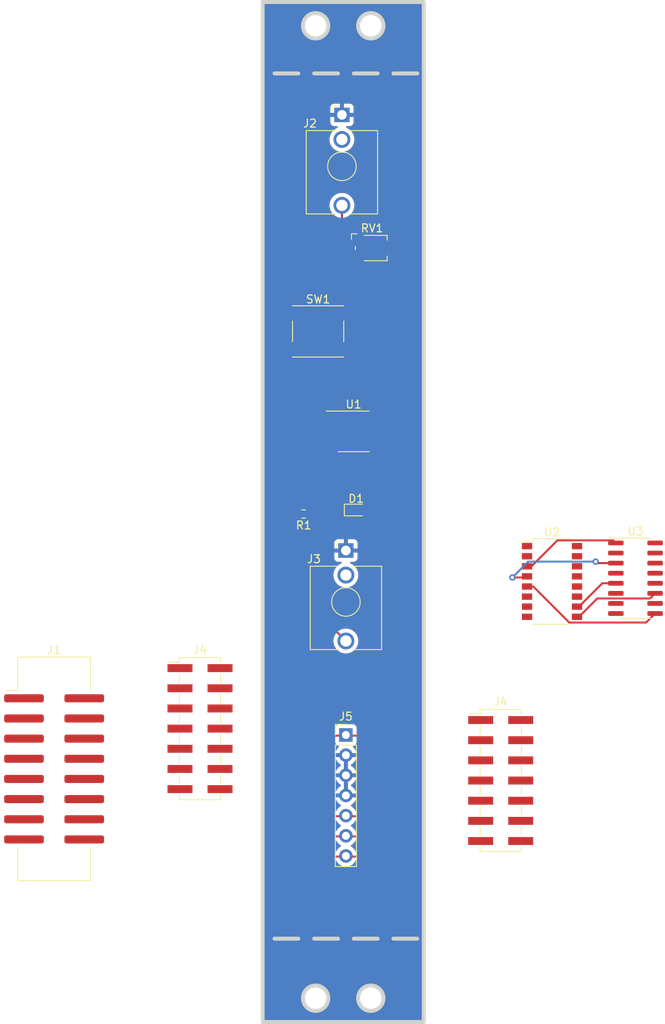
<source format=kicad_pcb>
(kicad_pcb (version 20221018) (generator pcbnew)
  (layers (0 "F.Cu" signal) (31 "B.Cu" signal) (34 "B.Paste" user) (35 "F.Paste" user) (36 "B.SilkS" user "B.Silkscreen") (37 "F.SilkS" user "F.Silkscreen") (38 "B.Mask" user) (39 "F.Mask" user) (44 "Edge.Cuts" user))
  (net 0 "")
  (net 1 "GND")
  (net 2 "Net-(D1-A)")
  (net 3 "-12V")
  (net 4 "+12V")
  (net 5 "+5V")
  (net 6 "Net-(J2-PadT)")
  (net 8 "Net-(U1A--)")
  (net 10 "Net-(SW1-A)")
  (net 11 "Net-(SW1-B)")
  (net 31 "Net-(J4-CV_L)")
  (net 48 "Net-(U2-Q0)")
  (net 49 "Net-(U2-Q2)")
  (net 50 "Net-(U2-Q6)")
  (net 54 "Net-(U2-Q8)")
  (net 55 "Net-(U2-Q4)")
  (footprint "Button_Switch_SMD:SW_SPST_PTS645" (layer "F.Cu") (at 27 61.5)
    (fp_text reference "SW1" (at 0 -4.05) (layer "F.SilkS"))
    (fp_text value "SW_SPST")
    (fp_line (start -3.23 -3.23) (end 3.23 -3.23) (stroke (width 0.12)) (layer "F.SilkS"))
    (fp_line (start -3.23 -3.2) (end -3.23 -3.23) (stroke (width 0.12)) (layer "F.SilkS"))
    (fp_line (start -3.23 -1.3) (end -3.23 1.3) (stroke (width 0.12)) (layer "F.SilkS"))
    (fp_line (start -3.23 3.23) (end -3.23 3.2) (stroke (width 0.12)) (layer "F.SilkS"))
    (fp_line (start -3.23 3.23) (end 3.23 3.23) (stroke (width 0.12)) (layer "F.SilkS"))
    (fp_line (start 3.23 -3.23) (end 3.23 -3.2) (stroke (width 0.12)) (layer "F.SilkS"))
    (fp_line (start 3.23 -1.3) (end 3.23 1.3) (stroke (width 0.12)) (layer "F.SilkS"))
    (fp_line (start 3.23 3.23) (end 3.23 3.2) (stroke (width 0.12)) (layer "F.SilkS"))
    (pad "1" smd rect (at -3.98 -2.25) (size 1.55 1.3) (layers "F.Cu" "F.Paste" "F.Mask") (net 10 "Net-(SW1-A)"))
    (pad "1" smd rect (at 3.98 -2.25) (size 1.55 1.3) (layers "F.Cu" "F.Paste" "F.Mask") (net 10 "Net-(SW1-A)"))
    (pad "2" smd rect (at -3.98 2.25) (size 1.55 1.3) (layers "F.Cu" "F.Paste" "F.Mask") (net 11 "Net-(SW1-B)"))
    (pad "2" smd rect (at 3.98 2.25) (size 1.55 1.3) (layers "F.Cu" "F.Paste" "F.Mask") (net 11 "Net-(SW1-B)"))
  )
  (footprint "Connector_IDC:IDC-Header_2x08_P2.54mm_Vertical_SMD" (layer "F.Cu") (at -6.3 116.61)
    (fp_text reference "J1" (at 0 -14.97) (layer "F.SilkS"))
    (fp_text value "EuroPower16")
    (fp_line (start -4.585 -14.08) (end 4.585 -14.08) (stroke (width 0.12)) (layer "F.SilkS"))
    (fp_line (start -4.585 -9.9) (end -6.085 -9.9) (stroke (width 0.12)) (layer "F.SilkS"))
    (fp_line (start -4.585 -9.9) (end -4.585 -14.08) (stroke (width 0.12)) (layer "F.SilkS"))
    (fp_line (start -4.585 9.9) (end -4.585 14.08) (stroke (width 0.12)) (layer "F.SilkS"))
    (fp_line (start -4.585 14.08) (end 4.585 14.08) (stroke (width 0.12)) (layer "F.SilkS"))
    (fp_line (start 4.585 -14.08) (end 4.585 -9.9) (stroke (width 0.12)) (layer "F.SilkS"))
    (fp_line (start 4.585 14.08) (end 4.585 9.9) (stroke (width 0.12)) (layer "F.SilkS"))
    (pad "1" smd roundrect (at -3.8 -8.89) (size 5 1.02) (layers "F.Cu" "F.Paste" "F.Mask"))
    (pad "2" smd roundrect (at 3.8 -8.89) (size 5 1.02) (layers "F.Cu" "F.Paste" "F.Mask"))
    (pad "3" smd roundrect (at -3.8 -6.35) (size 5 1.02) (layers "F.Cu" "F.Paste" "F.Mask"))
    (pad "4" smd roundrect (at 3.8 -6.35) (size 5 1.02) (layers "F.Cu" "F.Paste" "F.Mask"))
    (pad "5" smd roundrect (at -3.8 -3.81) (size 5 1.02) (layers "F.Cu" "F.Paste" "F.Mask"))
    (pad "6" smd roundrect (at 3.8 -3.81) (size 5 1.02) (layers "F.Cu" "F.Paste" "F.Mask"))
    (pad "7" smd roundrect (at -3.8 -1.27) (size 5 1.02) (layers "F.Cu" "F.Paste" "F.Mask"))
    (pad "8" smd roundrect (at 3.8 -1.27) (size 5 1.02) (layers "F.Cu" "F.Paste" "F.Mask"))
    (pad "9" smd roundrect (at -3.8 1.27) (size 5 1.02) (layers "F.Cu" "F.Paste" "F.Mask"))
    (pad "10" smd roundrect (at 3.8 1.27) (size 5 1.02) (layers "F.Cu" "F.Paste" "F.Mask"))
    (pad "11" smd roundrect (at -3.8 3.81) (size 5 1.02) (layers "F.Cu" "F.Paste" "F.Mask"))
    (pad "12" smd roundrect (at 3.8 3.81) (size 5 1.02) (layers "F.Cu" "F.Paste" "F.Mask"))
    (pad "13" smd roundrect (at -3.8 6.35) (size 5 1.02) (layers "F.Cu" "F.Paste" "F.Mask"))
    (pad "14" smd roundrect (at 3.8 6.35) (size 5 1.02) (layers "F.Cu" "F.Paste" "F.Mask"))
    (pad "15" smd roundrect (at -3.8 8.89) (size 5 1.02) (layers "F.Cu" "F.Paste" "F.Mask"))
    (pad "16" smd roundrect (at 3.8 8.89) (size 5 1.02) (layers "F.Cu" "F.Paste" "F.Mask"))
  )
  (footprint "Connector_PinHeader_2.54mm:PinHeader_2x07_P2.54mm_Vertical_SMD" (layer "F.Cu") (at 50.025 118.08)
    (fp_text reference "J4" (at 0 -9.95) (layer "F.SilkS"))
    (fp_text value "EuroPower16")
    (fp_line (start -4.04 -8.38) (end -2.6 -8.38) (stroke (width 0.12)) (layer "F.SilkS"))
    (fp_line (start -2.6 -8.95) (end -2.6 -8.38) (stroke (width 0.12)) (layer "F.SilkS"))
    (fp_line (start -2.6 -8.95) (end 2.6 -8.95) (stroke (width 0.12)) (layer "F.SilkS"))
    (fp_line (start -2.6 -6.86) (end -2.6 -5.84) (stroke (width 0.12)) (layer "F.SilkS"))
    (fp_line (start -2.6 -4.32) (end -2.6 -3.3) (stroke (width 0.12)) (layer "F.SilkS"))
    (fp_line (start -2.6 -1.78) (end -2.6 -0.76) (stroke (width 0.12)) (layer "F.SilkS"))
    (fp_line (start -2.6 0.76) (end -2.6 1.78) (stroke (width 0.12)) (layer "F.SilkS"))
    (fp_line (start -2.6 3.3) (end -2.6 4.32) (stroke (width 0.12)) (layer "F.SilkS"))
    (fp_line (start -2.6 5.84) (end -2.6 6.86) (stroke (width 0.12)) (layer "F.SilkS"))
    (fp_line (start -2.6 8.38) (end -2.6 8.95) (stroke (width 0.12)) (layer "F.SilkS"))
    (fp_line (start -2.6 8.95) (end 2.6 8.95) (stroke (width 0.12)) (layer "F.SilkS"))
    (fp_line (start 2.6 -8.95) (end 2.6 -8.38) (stroke (width 0.12)) (layer "F.SilkS"))
    (fp_line (start 2.6 -6.86) (end 2.6 -5.84) (stroke (width 0.12)) (layer "F.SilkS"))
    (fp_line (start 2.6 -4.32) (end 2.6 -3.3) (stroke (width 0.12)) (layer "F.SilkS"))
    (fp_line (start 2.6 -1.78) (end 2.6 -0.76) (stroke (width 0.12)) (layer "F.SilkS"))
    (fp_line (start 2.6 0.76) (end 2.6 1.78) (stroke (width 0.12)) (layer "F.SilkS"))
    (fp_line (start 2.6 3.3) (end 2.6 4.32) (stroke (width 0.12)) (layer "F.SilkS"))
    (fp_line (start 2.6 5.84) (end 2.6 6.86) (stroke (width 0.12)) (layer "F.SilkS"))
    (fp_line (start 2.6 8.38) (end 2.6 8.95) (stroke (width 0.12)) (layer "F.SilkS"))
    (pad "1" smd rect (at -2.525 -7.62) (size 3.15 1) (layers "F.Cu" "F.Paste" "F.Mask") (net 3 "-12V"))
    (pad "2" smd rect (at 2.525 -7.62) (size 3.15 1) (layers "F.Cu" "F.Paste" "F.Mask") (net 3 "-12V"))
    (pad "3" smd rect (at -2.525 -5.08) (size 3.15 1) (layers "F.Cu" "F.Paste" "F.Mask") (net 1 "GND"))
    (pad "4" smd rect (at 2.525 -5.08) (size 3.15 1) (layers "F.Cu" "F.Paste" "F.Mask") (net 1 "GND"))
    (pad "5" smd rect (at -2.525 -2.54) (size 3.15 1) (layers "F.Cu" "F.Paste" "F.Mask") (net 1 "GND"))
    (pad "6" smd rect (at 2.525 -2.54) (size 3.15 1) (layers "F.Cu" "F.Paste" "F.Mask") (net 1 "GND"))
    (pad "7" smd rect (at -2.525 0) (size 3.15 1) (layers "F.Cu" "F.Paste" "F.Mask") (net 1 "GND"))
    (pad "8" smd rect (at 2.525 0) (size 3.15 1) (layers "F.Cu" "F.Paste" "F.Mask") (net 1 "GND"))
    (pad "9" smd rect (at -2.525 2.54) (size 3.15 1) (layers "F.Cu" "F.Paste" "F.Mask") (net 4 "+12V"))
    (pad "10" smd rect (at 2.525 2.54) (size 3.15 1) (layers "F.Cu" "F.Paste" "F.Mask") (net 4 "+12V"))
    (pad "11" smd rect (at -2.525 5.08) (size 3.15 1) (layers "F.Cu" "F.Paste" "F.Mask") (net 5 "+5V"))
    (pad "12" smd rect (at 2.525 5.08) (size 3.15 1) (layers "F.Cu" "F.Paste" "F.Mask") (net 5 "+5V"))
    (pad "13" smd rect (at -2.525 7.62) (size 3.15 1) (layers "F.Cu" "F.Paste" "F.Mask") (net 31 "Net-(J4-CV_L)"))
    (pad "14" smd rect (at 2.525 7.62) (size 3.15 1) (layers "F.Cu" "F.Paste" "F.Mask") (net 31 "Net-(J4-CV_L)"))
  )
  (footprint "Package_SO:SOIC-16_3.9x9.9mm_P1.27mm" (layer "F.Cu") (at 67.025 92.595)
    (fp_text reference "U3" (at 0 -5.9) (layer "F.SilkS"))
    (fp_text value "CD40106")
    (fp_line (start 0 -5.06) (end -3.45 -5.06) (stroke (width 0.12)) (layer "F.SilkS"))
    (fp_line (start 0 -5.06) (end 1.95 -5.06) (stroke (width 0.12)) (layer "F.SilkS"))
    (fp_line (start 0 5.06) (end -1.95 5.06) (stroke (width 0.12)) (layer "F.SilkS"))
    (fp_line (start 0 5.06) (end 1.95 5.06) (stroke (width 0.12)) (layer "F.SilkS"))
    (pad "1" smd roundrect (at -2.475 -4.445) (size 1.95 0.6) (layers "F.Cu" "F.Paste" "F.Mask") (net 48 "Net-(U2-Q0)"))
    (pad "2" smd roundrect (at -2.475 -3.175) (size 1.95 0.6) (layers "F.Cu" "F.Paste" "F.Mask"))
    (pad "3" smd roundrect (at -2.475 -1.905) (size 1.95 0.6) (layers "F.Cu" "F.Paste" "F.Mask") (net 49 "Net-(U2-Q2)"))
    (pad "4" smd roundrect (at -2.475 -0.635) (size 1.95 0.6) (layers "F.Cu" "F.Paste" "F.Mask"))
    (pad "5" smd roundrect (at -2.475 0.635) (size 1.95 0.6) (layers "F.Cu" "F.Paste" "F.Mask") (net 55 "Net-(U2-Q4)"))
    (pad "6" smd roundrect (at -2.475 1.905) (size 1.95 0.6) (layers "F.Cu" "F.Paste" "F.Mask"))
    (pad "7" smd roundrect (at -2.475 3.175) (size 1.95 0.6) (layers "F.Cu" "F.Paste" "F.Mask") (net 1 "GND"))
    (pad "8" smd roundrect (at -2.475 4.445) (size 1.95 0.6) (layers "F.Cu" "F.Paste" "F.Mask"))
    (pad "9" smd roundrect (at 2.475 4.445) (size 1.95 0.6) (layers "F.Cu" "F.Paste" "F.Mask") (net 50 "Net-(U2-Q6)"))
    (pad "10" smd roundrect (at 2.475 3.175) (size 1.95 0.6) (layers "F.Cu" "F.Paste" "F.Mask"))
    (pad "11" smd roundrect (at 2.475 1.905) (size 1.95 0.6) (layers "F.Cu" "F.Paste" "F.Mask") (net 54 "Net-(U2-Q8)"))
    (pad "12" smd roundrect (at 2.475 0.635) (size 1.95 0.6) (layers "F.Cu" "F.Paste" "F.Mask"))
    (pad "13" smd roundrect (at 2.475 -0.635) (size 1.95 0.6) (layers "F.Cu" "F.Paste" "F.Mask"))
    (pad "14" smd roundrect (at 2.475 -1.905) (size 1.95 0.6) (layers "F.Cu" "F.Paste" "F.Mask") (net 4 "+12V"))
    (pad "15" smd roundrect (at 2.475 -3.175) (size 1.95 0.6) (layers "F.Cu" "F.Paste" "F.Mask"))
    (pad "16" smd roundrect (at 2.475 -4.445) (size 1.95 0.6) (layers "F.Cu" "F.Paste" "F.Mask"))
  )
  (footprint "Potentiometer_SMD:Potentiometer_Bourns_TC33X_Vertical" (layer "F.Cu") (at 33.8 51)
    (fp_text reference "RV1" (at 0 -2.5) (layer "F.SilkS"))
    (fp_text value "R_Potentiometer_Trim_US")
    (fp_line (start -2.6 -1.8) (end -2.6 -1.1) (stroke (width 0.12)) (layer "F.SilkS"))
    (fp_line (start -2.1 -0.2) (end -2.1 0.2) (stroke (width 0.12)) (layer "F.SilkS"))
    (fp_line (start -1.9 -1.8) (end -2.6 -1.8) (stroke (width 0.12)) (layer "F.SilkS"))
    (fp_line (start -1 -1.6) (end 1.9 -1.6) (stroke (width 0.12)) (layer "F.SilkS"))
    (fp_line (start -1 1.6) (end 1.9 1.6) (stroke (width 0.12)) (layer "F.SilkS"))
    (fp_line (start 1.9 -1.6) (end 1.9 -1) (stroke (width 0.12)) (layer "F.SilkS"))
    (fp_line (start 1.9 1.6) (end 1.9 1) (stroke (width 0.12)) (layer "F.SilkS"))
    (pad "1" smd rect (at -1.8 -1) (size 1.2 1.2) (layers "F.Cu" "F.Paste" "F.Mask") (net 6 "Net-(J2-PadT)"))
    (pad "2" smd rect (at 1.45 0) (size 1.5 1.6) (layers "F.Cu" "F.Paste" "F.Mask") (net 10 "Net-(SW1-A)"))
    (pad "3" smd rect (at -1.8 1) (size 1.2 1.2) (layers "F.Cu" "F.Paste" "F.Mask") (net 10 "Net-(SW1-A)"))
  )
  (footprint "Connector_PinHeader_2.54mm:PinHeader_1x07_P2.54mm_Vertical" (layer "F.Cu") (at 30.5 112.34)
    (fp_text reference "J5" (at 0 -2.33) (layer "F.SilkS"))
    (fp_text value "EuroPower16")
    (fp_line (start -1.33 -1.33) (end 0 -1.33) (stroke (width 0.12)) (layer "F.SilkS"))
    (fp_line (start -1.33 0) (end -1.33 -1.33) (stroke (width 0.12)) (layer "F.SilkS"))
    (fp_line (start -1.33 1.27) (end -1.33 16.57) (stroke (width 0.12)) (layer "F.SilkS"))
    (fp_line (start -1.33 1.27) (end 1.33 1.27) (stroke (width 0.12)) (layer "F.SilkS"))
    (fp_line (start -1.33 16.57) (end 1.33 16.57) (stroke (width 0.12)) (layer "F.SilkS"))
    (fp_line (start 1.33 1.27) (end 1.33 16.57) (stroke (width 0.12)) (layer "F.SilkS"))
    (pad "1" thru_hole rect (at 0 0) (size 1.7 1.7) (drill 1) (layers "*.Cu" "*.Mask") (net 3 "-12V"))
    (pad "2" thru_hole oval (at 0 2.54) (size 1.7 1.7) (drill 1) (layers "*.Cu" "*.Mask") (net 1 "GND"))
    (pad "3" thru_hole oval (at 0 5.08) (size 1.7 1.7) (drill 1) (layers "*.Cu" "*.Mask") (net 1 "GND"))
    (pad "4" thru_hole oval (at 0 7.62) (size 1.7 1.7) (drill 1) (layers "*.Cu" "*.Mask") (net 1 "GND"))
    (pad "5" thru_hole oval (at 0 10.16) (size 1.7 1.7) (drill 1) (layers "*.Cu" "*.Mask") (net 4 "+12V"))
    (pad "6" thru_hole oval (at 0 12.7) (size 1.7 1.7) (drill 1) (layers "*.Cu" "*.Mask") (net 5 "+5V"))
    (pad "7" thru_hole oval (at 0 15.24) (size 1.7 1.7) (drill 1) (layers "*.Cu" "*.Mask"))
  )
  (footprint "Package_SO:SOP-16_4.4x10.4mm_P1.27mm" (layer "F.Cu") (at 56.5 93)
    (fp_text reference "U2" (at 0 -6.2) (layer "F.SilkS"))
    (fp_text value "CD4017BM")
    (fp_line (start -2.4 -5.4) (end -2.4 -5) (stroke (width 0.12)) (layer "F.SilkS"))
    (fp_line (start -2.4 -5.4) (end 2.4 -5.4) (stroke (width 0.12)) (layer "F.SilkS"))
    (fp_line (start -2.4 -5) (end -3.8 -5) (stroke (width 0.12)) (layer "F.SilkS"))
    (fp_line (start -2.4 5.4) (end 2.4 5.4) (stroke (width 0.12)) (layer "F.SilkS"))
    (pad "1" smd rect (at -3.15 -4.45) (size 1.3 0.8) (layers "F.Cu" "F.Paste" "F.Mask"))
    (pad "2" smd rect (at -3.15 -3.17) (size 1.3 0.8) (layers "F.Cu" "F.Paste" "F.Mask"))
    (pad "3" smd rect (at -3.15 -1.91) (size 1.3 0.8) (layers "F.Cu" "F.Paste" "F.Mask") (net 48 "Net-(U2-Q0)"))
    (pad "4" smd rect (at -3.15 -0.64) (size 1.3 0.8) (layers "F.Cu" "F.Paste" "F.Mask") (net 49 "Net-(U2-Q2)"))
    (pad "5" smd rect (at -3.15 0.64) (size 1.3 0.8) (layers "F.Cu" "F.Paste" "F.Mask") (net 50 "Net-(U2-Q6)"))
    (pad "6" smd rect (at -3.15 1.91) (size 1.3 0.8) (layers "F.Cu" "F.Paste" "F.Mask"))
    (pad "7" smd rect (at -3.15 3.17) (size 1.3 0.8) (layers "F.Cu" "F.Paste" "F.Mask"))
    (pad "8" smd rect (at -3.15 4.45) (size 1.3 0.8) (layers "F.Cu" "F.Paste" "F.Mask"))
    (pad "9" smd rect (at 3.15 4.45) (size 1.3 0.8) (layers "F.Cu" "F.Paste" "F.Mask") (net 54 "Net-(U2-Q8)"))
    (pad "10" smd rect (at 3.15 3.17) (size 1.3 0.8) (layers "F.Cu" "F.Paste" "F.Mask") (net 55 "Net-(U2-Q4)"))
    (pad "11" smd rect (at 3.15 1.91) (size 1.3 0.8) (layers "F.Cu" "F.Paste" "F.Mask"))
    (pad "12" smd rect (at 3.15 0.64) (size 1.3 0.8) (layers "F.Cu" "F.Paste" "F.Mask"))
    (pad "13" smd rect (at 3.15 -0.64) (size 1.3 0.8) (layers "F.Cu" "F.Paste" "F.Mask"))
    (pad "14" smd rect (at 3.15 -1.91) (size 1.3 0.8) (layers "F.Cu" "F.Paste" "F.Mask"))
    (pad "15" smd rect (at 3.15 -3.17) (size 1.3 0.8) (layers "F.Cu" "F.Paste" "F.Mask"))
    (pad "16" smd rect (at 3.15 -4.45) (size 1.3 0.8) (layers "F.Cu" "F.Paste" "F.Mask"))
  )
  (footprint "LED_SMD:LED_0603_1608Metric" (layer "F.Cu") (at 31.7875 84)
    (fp_text reference "D1" (at 0 -1.43) (layer "F.SilkS"))
    (fp_text value "LED_WHITE")
    (fp_line (start -1.485 -0.735) (end -1.485 0.735) (stroke (width 0.12)) (layer "F.SilkS"))
    (fp_line (start -1.485 0.735) (end 0.8 0.735) (stroke (width 0.12)) (layer "F.SilkS"))
    (fp_line (start 0.8 -0.735) (end -1.485 -0.735) (stroke (width 0.12)) (layer "F.SilkS"))
    (pad "1" smd roundrect (at -0.7875 0) (size 0.875 0.95) (layers "F.Cu" "F.Paste" "F.Mask") (net 1 "GND"))
    (pad "2" smd roundrect (at 0.7875 0) (size 0.875 0.95) (layers "F.Cu" "F.Paste" "F.Mask") (net 2 "Net-(D1-A)"))
  )
  (footprint "Connector_Audio:Jack_3.5mm_QingPu_WQP-PJ398SM_Vertical_CircularHoles" (layer "F.Cu") (at 30.5 89.1)
    (fp_text reference "J3" (at -4.03 1.08 180) (layer "F.SilkS"))
    (fp_text value "Thonkiconn")
    (fp_line (start -4.5 1.98) (end -4.5 12.48) (stroke (width 0.12)) (layer "F.SilkS"))
    (fp_line (start -1.23 -1.17) (end -1.23 -0.37) (stroke (width 0.12)) (layer "F.SilkS"))
    (fp_line (start -1.23 -1.17) (end -0.37 -1.17) (stroke (width 0.12)) (layer "F.SilkS"))
    (fp_line (start -0.8 12.48) (end -4.5 12.48) (stroke (width 0.12)) (layer "F.SilkS"))
    (fp_line (start -0.72 1.98) (end -4.5 1.98) (stroke (width 0.12)) (layer "F.SilkS"))
    (fp_line (start 4.5 1.98) (end 0.72 1.98) (stroke (width 0.12)) (layer "F.SilkS"))
    (fp_line (start 4.5 1.98) (end 4.5 12.48) (stroke (width 0.12)) (layer "F.SilkS"))
    (fp_line (start 4.5 12.48) (end 0.8 12.48) (stroke (width 0.12)) (layer "F.SilkS"))
    (fp_circle (center 0 6.48) (end 1.8 6.48) (stroke (width 0.12)) (fill none) (layer "F.SilkS"))
    (pad "S" thru_hole rect (at 0 0 180) (size 1.93 1.83) (drill 1.22) (layers "*.Cu" "*.Mask") (net 1 "GND"))
    (pad "T" thru_hole circle (at 0 11.4 180) (size 2.13 2.13) (drill 1.43) (layers "*.Cu" "*.Mask") (net 8 "Net-(U1A--)"))
    (pad "TN" thru_hole circle (at 0 3.1 180) (size 2.13 2.13) (drill 1.42) (layers "*.Cu" "*.Mask"))
    (zone (net 0) (net_name "") (layer "F.Cu") (connect_pads (clearance 0)) (min_thickness 0.254)
      (keepout (tracks not_allowed) (vias not_allowed) (pads not_allowed) (copperpour not_allowed) (footprints not_allowed))
      (fill (thermal_gap 0.508) (thermal_bridge_width 0.508))
      (polygon (pts (xy 32.005141 95.58) (xy 31.98493 95.334171) (xy 31.924841 95.094945) (xy 31.826486 94.868744) (xy 31.692508 94.661645) (xy 31.526504 94.47921) (xy 31.332932 94.326336) (xy 31.116992 94.207131) (xy 30.884482 94.124794) (xy 30.641646 94.081539) (xy 30.395007 94.078525) (xy 30.151187 94.115835) (xy 29.916734 94.192466) (xy 29.697946 94.30636) (xy 29.500697 94.454458) (xy 29.330286 94.632784) (xy 29.191288 94.836548) (xy 29.087436 95.060278) (xy 29.021519 95.297965) (xy 28.995308 95.543226) (xy 29.009507 95.789475) (xy 29.063734 96.030099) (xy 29.156532 96.258634) (xy 29.285411 96.468945) (xy 29.446908 96.655382) (xy 29.636687 96.812939) (xy 29.84965 96.937385) (xy 30.080079 97.025377) (xy 30.321785 97.074553) (xy 30.568278 97.083592) (xy 30.812936 97.05225) (xy 31.049191 96.98137) (xy 31.270697 96.872856) (xy 31.471505 96.729621) (xy 31.646223 96.555512) (xy 31.790158 96.355205) (xy 31.899445 96.134079) (xy 31.971149 95.898074) (xy 32.003344 95.653526)))
    )
  )
  (footprint "Package_SO:SOIC-8_3.9x4.9mm_P1.27mm" (layer "F.Cu") (at 31.475 74.095)
    (fp_text reference "U1" (at 0 -3.4) (layer "F.SilkS"))
    (fp_text value "TL072")
    (fp_line (start 0 -2.56) (end -3.45 -2.56) (stroke (width 0.12)) (layer "F.SilkS"))
    (fp_line (start 0 -2.56) (end 1.95 -2.56) (stroke (width 0.12)) (layer "F.SilkS"))
    (fp_line (start 0 2.56) (end -1.95 2.56) (stroke (width 0.12)) (layer "F.SilkS"))
    (fp_line (start 0 2.56) (end 1.95 2.56) (stroke (width 0.12)) (layer "F.SilkS"))
    (pad "1" smd roundrect (at -2.475 -1.905) (size 1.95 0.6) (layers "F.Cu" "F.Paste" "F.Mask") (net 8 "Net-(U1A--)"))
    (pad "2" smd roundrect (at -2.475 -0.635) (size 1.95 0.6) (layers "F.Cu" "F.Paste" "F.Mask") (net 8 "Net-(U1A--)"))
    (pad "3" smd roundrect (at -2.475 0.635) (size 1.95 0.6) (layers "F.Cu" "F.Paste" "F.Mask") (net 11 "Net-(SW1-B)"))
    (pad "4" smd roundrect (at -2.475 1.905) (size 1.95 0.6) (layers "F.Cu" "F.Paste" "F.Mask") (net 3 "-12V"))
    (pad "5" smd roundrect (at 2.475 1.905) (size 1.95 0.6) (layers "F.Cu" "F.Paste" "F.Mask"))
    (pad "6" smd roundrect (at 2.475 0.635) (size 1.95 0.6) (layers "F.Cu" "F.Paste" "F.Mask"))
    (pad "7" smd roundrect (at 2.475 -0.635) (size 1.95 0.6) (layers "F.Cu" "F.Paste" "F.Mask"))
    (pad "8" smd roundrect (at 2.475 -1.905) (size 1.95 0.6) (layers "F.Cu" "F.Paste" "F.Mask") (net 4 "+12V"))
  )
  (footprint "Connector_PinHeader_2.54mm:PinHeader_2x07_P2.54mm_Vertical_SMD" (layer "F.Cu") (at 12.1 111.54)
    (fp_text reference "J4" (at 0 -9.95) (layer "F.SilkS"))
    (fp_text value "EuroPower16")
    (fp_line (start -4.04 -8.38) (end -2.6 -8.38) (stroke (width 0.12)) (layer "F.SilkS"))
    (fp_line (start -2.6 -8.95) (end -2.6 -8.38) (stroke (width 0.12)) (layer "F.SilkS"))
    (fp_line (start -2.6 -8.95) (end 2.6 -8.95) (stroke (width 0.12)) (layer "F.SilkS"))
    (fp_line (start -2.6 -6.86) (end -2.6 -5.84) (stroke (width 0.12)) (layer "F.SilkS"))
    (fp_line (start -2.6 -4.32) (end -2.6 -3.3) (stroke (width 0.12)) (layer "F.SilkS"))
    (fp_line (start -2.6 -1.78) (end -2.6 -0.76) (stroke (width 0.12)) (layer "F.SilkS"))
    (fp_line (start -2.6 0.76) (end -2.6 1.78) (stroke (width 0.12)) (layer "F.SilkS"))
    (fp_line (start -2.6 3.3) (end -2.6 4.32) (stroke (width 0.12)) (layer "F.SilkS"))
    (fp_line (start -2.6 5.84) (end -2.6 6.86) (stroke (width 0.12)) (layer "F.SilkS"))
    (fp_line (start -2.6 8.38) (end -2.6 8.95) (stroke (width 0.12)) (layer "F.SilkS"))
    (fp_line (start -2.6 8.95) (end 2.6 8.95) (stroke (width 0.12)) (layer "F.SilkS"))
    (fp_line (start 2.6 -8.95) (end 2.6 -8.38) (stroke (width 0.12)) (layer "F.SilkS"))
    (fp_line (start 2.6 -6.86) (end 2.6 -5.84) (stroke (width 0.12)) (layer "F.SilkS"))
    (fp_line (start 2.6 -4.32) (end 2.6 -3.3) (stroke (width 0.12)) (layer "F.SilkS"))
    (fp_line (start 2.6 -1.78) (end 2.6 -0.76) (stroke (width 0.12)) (layer "F.SilkS"))
    (fp_line (start 2.6 0.76) (end 2.6 1.78) (stroke (width 0.12)) (layer "F.SilkS"))
    (fp_line (start 2.6 3.3) (end 2.6 4.32) (stroke (width 0.12)) (layer "F.SilkS"))
    (fp_line (start 2.6 5.84) (end 2.6 6.86) (stroke (width 0.12)) (layer "F.SilkS"))
    (fp_line (start 2.6 8.38) (end 2.6 8.95) (stroke (width 0.12)) (layer "F.SilkS"))
    (pad "1" smd rect (at -2.525 -7.62) (size 3.15 1) (layers "F.Cu" "F.Paste" "F.Mask"))
    (pad "2" smd rect (at 2.525 -7.62) (size 3.15 1) (layers "F.Cu" "F.Paste" "F.Mask"))
    (pad "3" smd rect (at -2.525 -5.08) (size 3.15 1) (layers "F.Cu" "F.Paste" "F.Mask"))
    (pad "4" smd rect (at 2.525 -5.08) (size 3.15 1) (layers "F.Cu" "F.Paste" "F.Mask"))
    (pad "5" smd rect (at -2.525 -2.54) (size 3.15 1) (layers "F.Cu" "F.Paste" "F.Mask"))
    (pad "6" smd rect (at 2.525 -2.54) (size 3.15 1) (layers "F.Cu" "F.Paste" "F.Mask"))
    (pad "7" smd rect (at -2.525 0) (size 3.15 1) (layers "F.Cu" "F.Paste" "F.Mask"))
    (pad "8" smd rect (at 2.525 0) (size 3.15 1) (layers "F.Cu" "F.Paste" "F.Mask"))
    (pad "9" smd rect (at -2.525 2.54) (size 3.15 1) (layers "F.Cu" "F.Paste" "F.Mask"))
    (pad "10" smd rect (at 2.525 2.54) (size 3.15 1) (layers "F.Cu" "F.Paste" "F.Mask"))
    (pad "11" smd rect (at -2.525 5.08) (size 3.15 1) (layers "F.Cu" "F.Paste" "F.Mask"))
    (pad "12" smd rect (at 2.525 5.08) (size 3.15 1) (layers "F.Cu" "F.Paste" "F.Mask"))
    (pad "13" smd rect (at -2.525 7.62) (size 3.15 1) (layers "F.Cu" "F.Paste" "F.Mask"))
    (pad "14" smd rect (at 2.525 7.62) (size 3.15 1) (layers "F.Cu" "F.Paste" "F.Mask"))
  )
  (footprint "Connector_Audio:Jack_3.5mm_QingPu_WQP-PJ398SM_Vertical_CircularHoles" (layer "F.Cu") (at 30 34.22)
    (fp_text reference "J2" (at -4.03 1.08 180) (layer "F.SilkS"))
    (fp_text value "Thonkiconn")
    (fp_line (start -4.5 1.98) (end -4.5 12.48) (stroke (width 0.12)) (layer "F.SilkS"))
    (fp_line (start -1.23 -1.17) (end -1.23 -0.37) (stroke (width 0.12)) (layer "F.SilkS"))
    (fp_line (start -1.23 -1.17) (end -0.37 -1.17) (stroke (width 0.12)) (layer "F.SilkS"))
    (fp_line (start -0.8 12.48) (end -4.5 12.48) (stroke (width 0.12)) (layer "F.SilkS"))
    (fp_line (start -0.72 1.98) (end -4.5 1.98) (stroke (width 0.12)) (layer "F.SilkS"))
    (fp_line (start 4.5 1.98) (end 0.72 1.98) (stroke (width 0.12)) (layer "F.SilkS"))
    (fp_line (start 4.5 1.98) (end 4.5 12.48) (stroke (width 0.12)) (layer "F.SilkS"))
    (fp_line (start 4.5 12.48) (end 0.8 12.48) (stroke (width 0.12)) (layer "F.SilkS"))
    (fp_circle (center 0 6.48) (end 1.8 6.48) (stroke (width 0.12)) (fill none) (layer "F.SilkS"))
    (pad "S" thru_hole rect (at 0 0 180) (size 1.93 1.83) (drill 1.22) (layers "*.Cu" "*.Mask") (net 1 "GND"))
    (pad "T" thru_hole circle (at 0 11.4 180) (size 2.13 2.13) (drill 1.43) (layers "*.Cu" "*.Mask") (net 6 "Net-(J2-PadT)"))
    (pad "TN" thru_hole circle (at 0 3.1 180) (size 2.13 2.13) (drill 1.42) (layers "*.Cu" "*.Mask"))
    (zone (net 0) (net_name "") (layer "F.Cu") (connect_pads (clearance 0)) (min_thickness 0.254)
      (keepout (tracks not_allowed) (vias not_allowed) (pads not_allowed) (copperpour not_allowed) (footprints not_allowed))
      (fill (thermal_gap 0.508) (thermal_bridge_width 0.508))
      (polygon (pts (xy 31.505141 40.7) (xy 31.48493 40.454171) (xy 31.424841 40.214945) (xy 31.326486 39.988744) (xy 31.192508 39.781645) (xy 31.026504 39.59921) (xy 30.832932 39.446336) (xy 30.616992 39.327131) (xy 30.384482 39.244794) (xy 30.141646 39.201539) (xy 29.895007 39.198525) (xy 29.651187 39.235835) (xy 29.416734 39.312466) (xy 29.197946 39.42636) (xy 29.000697 39.574458) (xy 28.830286 39.752784) (xy 28.691288 39.956548) (xy 28.587436 40.180278) (xy 28.521519 40.417965) (xy 28.495308 40.663226) (xy 28.509507 40.909475) (xy 28.563734 41.150099) (xy 28.656532 41.378634) (xy 28.785411 41.588945) (xy 28.946908 41.775382) (xy 29.136687 41.932939) (xy 29.34965 42.057385) (xy 29.580079 42.145377) (xy 29.821785 42.194553) (xy 30.068278 42.203592) (xy 30.312936 42.17225) (xy 30.549191 42.10137) (xy 30.770697 41.992856) (xy 30.971505 41.849621) (xy 31.146223 41.675512) (xy 31.290158 41.475205) (xy 31.399445 41.254079) (xy 31.471149 41.018074) (xy 31.503344 40.773526)))
    )
  )
  (footprint "Resistor_SMD:R_0603_1608Metric" (layer "F.Cu") (at 25.175 84.5 180)
    (fp_text reference "R1" (at 0 -1.43) (layer "F.SilkS"))
    (fp_text value "22k")
    (fp_line (start -0.237258 -0.5225) (end 0.237258 -0.5225) (stroke (width 0.12)) (layer "F.SilkS"))
    (fp_line (start -0.237258 0.5225) (end 0.237258 0.5225) (stroke (width 0.12)) (layer "F.SilkS"))
    (pad "1" smd roundrect (at -0.825 0 180) (size 0.8 0.95) (layers "F.Cu" "F.Paste" "F.Mask") (net 2 "Net-(D1-A)"))
    (pad "2" smd roundrect (at 0.825 0 180) (size 0.8 0.95) (layers "F.Cu" "F.Paste" "F.Mask") (net 8 "Net-(U1A--)"))
  )
  (gr_circle (center 26.68 145.5) (end 26.68 147.1) (stroke (width 0.5)) (fill none) (layer "Edge.Cuts"))
  (gr_circle (center 26.68 23) (end 26.68 24.6) (stroke (width 0.5)) (fill none) (layer "Edge.Cuts"))
  (gr_line (start 31.5 29) (end 34.5 29) (stroke (width 0.5)) (layer "Edge.Cuts"))
  (gr_line (start 36.5 138) (end 39.5 138) (stroke (width 0.5)) (layer "Edge.Cuts"))
  (gr_circle (center 33.64 23) (end 33.64 24.6) (stroke (width 0.5)) (fill none) (layer "Edge.Cuts"))
  (gr_line (start 21.5 29) (end 24.5 29) (stroke (width 0.5)) (layer "Edge.Cuts"))
  (gr_line (start 26.5 138) (end 29.5 138) (stroke (width 0.5)) (layer "Edge.Cuts"))
  (gr_rect (start 20 20) (end 40.32 148.5) (stroke (width 0.5)) (fill none) (layer "Edge.Cuts"))
  (gr_circle (center 33.64 145.5) (end 33.64 147.1) (stroke (width 0.5)) (fill none) (layer "Edge.Cuts"))
  (gr_line (start 26.5 29) (end 29.5 29) (stroke (width 0.5)) (layer "Edge.Cuts"))
  (gr_line (start 31.5 138) (end 34.5 138) (stroke (width 0.5)) (layer "Edge.Cuts"))
  (gr_line (start 36.5 29) (end 39.5 29) (stroke (width 0.5)) (layer "Edge.Cuts"))
  (gr_line (start 21.5 138) (end 24.5 138) (stroke (width 0.5)) (layer "Edge.Cuts"))
  (segment (start 27 130.2) (end 34.6 130.2) (width 0.25) (layer "F.Cu") (net 0))
  (segment (start 26 84.5) (end 26.3 84.8) (width 0.25) (layer "F.Cu") (net 2))
  (segment (start 26.3 84.8) (end 31.775 84.8) (width 0.25) (layer "F.Cu") (net 2))
  (segment (start 31.775 84.8) (end 32.575 84) (width 0.25) (layer "F.Cu") (net 2))
  (segment (start 27 112.42) (end 34.6 112.42) (width 0.25) (layer "F.Cu") (net 3))
  (segment (start 23.625 109.045) (end 27 112.42) (width 0.25) (layer "F.Cu") (net 3))
  (segment (start 23.625 81.375) (end 23.625 109.045) (width 0.25) (layer "F.Cu") (net 3))
  (segment (start 29 76) (end 23.625 81.375) (width 0.25) (layer "F.Cu") (net 3))
  (segment (start 34.326751 72.19) (end 37.425 75.288249) (width 0.25) (layer "F.Cu") (net 4))
  (segment (start 34.6 122.58) (end 27 122.58) (width 0.25) (layer "F.Cu") (net 4))
  (segment (start 35.380244 122.58) (end 34.6 122.58) (width 0.25) (layer "F.Cu") (net 4))
  (segment (start 37.425 75.288249) (end 37.425 120.535244) (width 0.25) (layer "F.Cu") (net 4))
  (segment (start 37.425 120.535244) (end 35.380244 122.58) (width 0.25) (layer "F.Cu") (net 4))
  (segment (start 33.95 72.19) (end 34.326751 72.19) (width 0.25) (layer "F.Cu") (net 4))
  (segment (start 27 125.12) (end 34.6 125.12) (width 0.25) (layer "F.Cu") (net 5))
  (segment (start 30 45.62) (end 30 48) (width 0.25) (layer "F.Cu") (net 6))
  (segment (start 30 48) (end 32 50) (width 0.25) (layer "F.Cu") (net 6))
  (segment (start 29 73.46) (end 29 72.19) (width 0.25) (layer "F.Cu") (net 8))
  (segment (start 30.3 74.383249) (end 30.3 78.55) (width 0.25) (layer "F.Cu") (net 8))
  (segment (start 29 73.46) (end 29.376751 73.46) (width 0.25) (layer "F.Cu") (net 8))
  (segment (start 24.35 84.5) (end 24.35 94.35) (width 0.25) (layer "F.Cu") (net 8))
  (segment (start 24.35 94.35) (end 30.5 100.5) (width 0.25) (layer "F.Cu") (net 8))
  (segment (start 30.3 78.55) (end 24.35 84.5) (width 0.25) (layer "F.Cu") (net 8))
  (segment (start 29.376751 73.46) (end 30.3 74.383249) (width 0.25) (layer "F.Cu") (net 8))
  (segment (start 32 58.23) (end 30.98 59.25) (width 0.25) (layer "F.Cu") (net 10))
  (segment (start 30.98 59.25) (end 23.02 59.25) (width 0.25) (layer "F.Cu") (net 10))
  (segment (start 32 52) (end 32 58.23) (width 0.25) (layer "F.Cu") (net 10))
  (segment (start 32 52) (end 34.25 52) (width 0.25) (layer "F.Cu") (net 10))
  (segment (start 34.25 52) (end 35.25 51) (width 0.25) (layer "F.Cu") (net 10))
  (segment (start 28.623249 74.73) (end 29 74.73) (width 0.25) (layer "F.Cu") (net 11))
  (segment (start 27.7 73.806751) (end 28.623249 74.73) (width 0.25) (layer "F.Cu") (net 11))
  (segment (start 27.7 67.03) (end 27.7 73.806751) (width 0.25) (layer "F.Cu") (net 11))
  (segment (start 23.02 63.75) (end 30.98 63.75) (width 0.25) (layer "F.Cu") (net 11))
  (segment (start 30.98 63.75) (end 27.7 67.03) (width 0.25) (layer "F.Cu") (net 11))
  (segment (start 34.6 127.66) (end 27 127.66) (width 0.25) (layer "F.Cu") (net 31))
  (segment (start 64.225 87.825) (end 57.175 87.825) (width 0.25) (layer "F.Cu") (net 48))
  (segment (start 57.175 87.825) (end 53.91 91.09) (width 0.25) (layer "F.Cu") (net 48))
  (segment (start 64.55 88.15) (end 64.225 87.825) (width 0.25) (layer "F.Cu") (net 48))
  (segment (start 53.91 91.09) (end 53.35 91.09) (width 0.25) (layer "F.Cu") (net 48))
  (segment (start 64.55 90.69) (end 62.19 90.69) (width 0.25) (layer "F.Cu") (net 49))
  (segment (start 53.64 92.36) (end 53.35 92.36) (width 0.25) (layer "F.Cu") (net 49))
  (segment (start 51.5 92.5) (end 53.5 92.5) (width 0.25) (layer "F.Cu") (net 49))
  (segment (start 62.19 90.69) (end 62 90.5) (width 0.25) (layer "F.Cu") (net 49))
  (segment (start 53.5 92.5) (end 53.64 92.36) (width 0.25) (layer "F.Cu") (net 49))
  (via (at 62 90.5) (size 0.8) (drill 0.4) (layers "F.Cu" "B.Cu") (net 49))
  (via (at 51.5 92.5) (size 0.8) (drill 0.4) (layers "F.Cu" "B.Cu") (net 49))
  (segment (start 62 90.5) (end 53.5 90.5) (width 0.25) (layer "B.Cu") (net 49))
  (segment (start 53.5 90.5) (end 51.5 92.5) (width 0.25) (layer "B.Cu") (net 49))
  (segment (start 69.5 97.04) (end 68.365 98.175) (width 0.25) (layer "F.Cu") (net 50))
  (segment (start 54.14 93.64) (end 53.35 93.64) (width 0.25) (layer "F.Cu") (net 50))
  (segment (start 58.675 98.175) (end 54.14 93.64) (width 0.25) (layer "F.Cu") (net 50))
  (segment (start 68.365 98.175) (end 58.675 98.175) (width 0.25) (layer "F.Cu") (net 50))
  (segment (start 62.205 95.145) (end 68.855 95.145) (width 0.25) (layer "F.Cu") (net 54))
  (segment (start 59.65 97.45) (end 59.9 97.45) (width 0.25) (layer "F.Cu") (net 54))
  (segment (start 68.855 95.145) (end 69.5 94.5) (width 0.25) (layer "F.Cu") (net 54))
  (segment (start 59.9 97.45) (end 62.205 95.145) (width 0.25) (layer "F.Cu") (net 54))
  (segment (start 59.9 96.17) (end 62.84 93.23) (width 0.25) (layer "F.Cu") (net 55))
  (segment (start 62.84 93.23) (end 64.55 93.23) (width 0.25) (layer "F.Cu") (net 55))
  (segment (start 59.65 96.17) (end 59.9 96.17) (width 0.25) (layer "F.Cu") (net 55))
  (zone (net 1) (net_name "GND") (layer "F.Cu") (connect_pads (clearance 0.5)) (min_thickness 0.25) (fill yes (thermal_gap 0.5) (thermal_bridge_width 0.5))
    (polygon (pts (xy 20 20) (xy 40.32 20) (xy 40.32 148.5) (xy 20 148.5)))
  )
  (zone (net 1) (net_name "GND") (layer "B.Cu") (connect_pads (clearance 0.5)) (min_thickness 0.25) (fill yes (thermal_gap 0.5) (thermal_bridge_width 0.5))
    (polygon (pts (xy 20 20) (xy 40.32 20) (xy 40.32 148.5) (xy 20 148.5)))
  )
)
</source>
